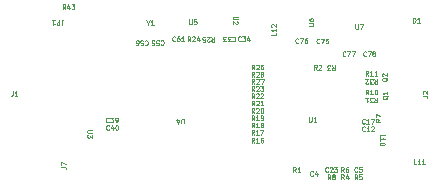
<source format=gbr>
G04 #@! TF.GenerationSoftware,KiCad,Pcbnew,(5.1.6)-1*
G04 #@! TF.CreationDate,2020-09-09T10:35:32-07:00*
G04 #@! TF.ProjectId,MiniDAQ,4d696e69-4441-4512-9e6b-696361645f70,rev?*
G04 #@! TF.SameCoordinates,Original*
G04 #@! TF.FileFunction,Other,ECO1*
%FSLAX46Y46*%
G04 Gerber Fmt 4.6, Leading zero omitted, Abs format (unit mm)*
G04 Created by KiCad (PCBNEW (5.1.6)-1) date 2020-09-09 10:35:32*
%MOMM*%
%LPD*%
G01*
G04 APERTURE LIST*
%ADD10C,0.080000*%
G04 APERTURE END LIST*
D10*
X92645257Y-110304552D02*
X92511923Y-110114076D01*
X92416685Y-110304552D02*
X92416685Y-109904552D01*
X92569066Y-109904552D01*
X92607161Y-109923600D01*
X92626209Y-109942647D01*
X92645257Y-109980742D01*
X92645257Y-110037885D01*
X92626209Y-110075980D01*
X92607161Y-110095028D01*
X92569066Y-110114076D01*
X92416685Y-110114076D01*
X92988114Y-110037885D02*
X92988114Y-110304552D01*
X92892876Y-109885504D02*
X92797638Y-110171219D01*
X93045257Y-110171219D01*
X93159542Y-109904552D02*
X93407161Y-109904552D01*
X93273828Y-110056933D01*
X93330971Y-110056933D01*
X93369066Y-110075980D01*
X93388114Y-110095028D01*
X93407161Y-110133123D01*
X93407161Y-110228361D01*
X93388114Y-110266457D01*
X93369066Y-110285504D01*
X93330971Y-110304552D01*
X93216685Y-110304552D01*
X93178590Y-110285504D01*
X93159542Y-110266457D01*
X92299352Y-123685533D02*
X92585066Y-123685533D01*
X92642209Y-123704580D01*
X92680304Y-123742676D01*
X92699352Y-123799819D01*
X92699352Y-123837914D01*
X92299352Y-123533152D02*
X92299352Y-123266485D01*
X92699352Y-123437914D01*
X92318333Y-111630047D02*
X92318333Y-111344333D01*
X92337380Y-111287190D01*
X92375476Y-111249095D01*
X92432619Y-111230047D01*
X92470714Y-111230047D01*
X92127857Y-111230047D02*
X92127857Y-111630047D01*
X91975476Y-111630047D01*
X91937380Y-111611000D01*
X91918333Y-111591952D01*
X91899285Y-111553857D01*
X91899285Y-111496714D01*
X91918333Y-111458619D01*
X91937380Y-111439571D01*
X91975476Y-111420523D01*
X92127857Y-111420523D01*
X91518333Y-111230047D02*
X91746904Y-111230047D01*
X91632619Y-111230047D02*
X91632619Y-111630047D01*
X91670714Y-111572904D01*
X91708809Y-111534809D01*
X91746904Y-111515761D01*
X102692161Y-119980047D02*
X102692161Y-119656238D01*
X102673114Y-119618142D01*
X102654066Y-119599095D01*
X102615971Y-119580047D01*
X102539780Y-119580047D01*
X102501685Y-119599095D01*
X102482638Y-119618142D01*
X102463590Y-119656238D01*
X102463590Y-119980047D01*
X102101685Y-119846714D02*
X102101685Y-119580047D01*
X102196923Y-119999095D02*
X102292161Y-119713380D01*
X102044542Y-119713380D01*
X118798942Y-116227247D02*
X118932276Y-116417723D01*
X119027514Y-116227247D02*
X119027514Y-116627247D01*
X118875133Y-116627247D01*
X118837038Y-116608200D01*
X118817990Y-116589152D01*
X118798942Y-116551057D01*
X118798942Y-116493914D01*
X118817990Y-116455819D01*
X118837038Y-116436771D01*
X118875133Y-116417723D01*
X119027514Y-116417723D01*
X118665609Y-116627247D02*
X118417990Y-116627247D01*
X118551323Y-116474866D01*
X118494180Y-116474866D01*
X118456085Y-116455819D01*
X118437038Y-116436771D01*
X118417990Y-116398676D01*
X118417990Y-116303438D01*
X118437038Y-116265342D01*
X118456085Y-116246295D01*
X118494180Y-116227247D01*
X118608466Y-116227247D01*
X118646561Y-116246295D01*
X118665609Y-116265342D01*
X118265609Y-116589152D02*
X118246561Y-116608200D01*
X118208466Y-116627247D01*
X118113228Y-116627247D01*
X118075133Y-116608200D01*
X118056085Y-116589152D01*
X118037038Y-116551057D01*
X118037038Y-116512961D01*
X118056085Y-116455819D01*
X118284657Y-116227247D01*
X118037038Y-116227247D01*
X118798942Y-117802047D02*
X118932276Y-117992523D01*
X119027514Y-117802047D02*
X119027514Y-118202047D01*
X118875133Y-118202047D01*
X118837038Y-118183000D01*
X118817990Y-118163952D01*
X118798942Y-118125857D01*
X118798942Y-118068714D01*
X118817990Y-118030619D01*
X118837038Y-118011571D01*
X118875133Y-117992523D01*
X119027514Y-117992523D01*
X118665609Y-118202047D02*
X118417990Y-118202047D01*
X118551323Y-118049666D01*
X118494180Y-118049666D01*
X118456085Y-118030619D01*
X118437038Y-118011571D01*
X118417990Y-117973476D01*
X118417990Y-117878238D01*
X118437038Y-117840142D01*
X118456085Y-117821095D01*
X118494180Y-117802047D01*
X118608466Y-117802047D01*
X118646561Y-117821095D01*
X118665609Y-117840142D01*
X118037038Y-117802047D02*
X118265609Y-117802047D01*
X118151323Y-117802047D02*
X118151323Y-118202047D01*
X118189419Y-118144904D01*
X118227514Y-118106809D01*
X118265609Y-118087761D01*
X118284657Y-115928752D02*
X118151323Y-115738276D01*
X118056085Y-115928752D02*
X118056085Y-115528752D01*
X118208466Y-115528752D01*
X118246561Y-115547800D01*
X118265609Y-115566847D01*
X118284657Y-115604942D01*
X118284657Y-115662085D01*
X118265609Y-115700180D01*
X118246561Y-115719228D01*
X118208466Y-115738276D01*
X118056085Y-115738276D01*
X118665609Y-115928752D02*
X118437038Y-115928752D01*
X118551323Y-115928752D02*
X118551323Y-115528752D01*
X118513228Y-115585895D01*
X118475133Y-115623990D01*
X118437038Y-115643038D01*
X119046561Y-115928752D02*
X118817990Y-115928752D01*
X118932276Y-115928752D02*
X118932276Y-115528752D01*
X118894180Y-115585895D01*
X118856085Y-115623990D01*
X118817990Y-115643038D01*
X118284657Y-117503552D02*
X118151323Y-117313076D01*
X118056085Y-117503552D02*
X118056085Y-117103552D01*
X118208466Y-117103552D01*
X118246561Y-117122600D01*
X118265609Y-117141647D01*
X118284657Y-117179742D01*
X118284657Y-117236885D01*
X118265609Y-117274980D01*
X118246561Y-117294028D01*
X118208466Y-117313076D01*
X118056085Y-117313076D01*
X118665609Y-117503552D02*
X118437038Y-117503552D01*
X118551323Y-117503552D02*
X118551323Y-117103552D01*
X118513228Y-117160695D01*
X118475133Y-117198790D01*
X118437038Y-117217838D01*
X118913228Y-117103552D02*
X118951323Y-117103552D01*
X118989419Y-117122600D01*
X119008466Y-117141647D01*
X119027514Y-117179742D01*
X119046561Y-117255933D01*
X119046561Y-117351171D01*
X119027514Y-117427361D01*
X119008466Y-117465457D01*
X118989419Y-117484504D01*
X118951323Y-117503552D01*
X118913228Y-117503552D01*
X118875133Y-117484504D01*
X118856085Y-117465457D01*
X118837038Y-117427361D01*
X118817990Y-117351171D01*
X118817990Y-117255933D01*
X118837038Y-117179742D01*
X118856085Y-117141647D01*
X118875133Y-117122600D01*
X118913228Y-117103552D01*
X119891247Y-116104095D02*
X119872200Y-116142190D01*
X119834104Y-116180285D01*
X119776961Y-116237428D01*
X119757914Y-116275523D01*
X119757914Y-116313619D01*
X119853152Y-116294571D02*
X119834104Y-116332666D01*
X119796009Y-116370761D01*
X119719819Y-116389809D01*
X119586485Y-116389809D01*
X119510295Y-116370761D01*
X119472200Y-116332666D01*
X119453152Y-116294571D01*
X119453152Y-116218380D01*
X119472200Y-116180285D01*
X119510295Y-116142190D01*
X119586485Y-116123142D01*
X119719819Y-116123142D01*
X119796009Y-116142190D01*
X119834104Y-116180285D01*
X119853152Y-116218380D01*
X119853152Y-116294571D01*
X119491247Y-115970761D02*
X119472200Y-115951714D01*
X119453152Y-115913619D01*
X119453152Y-115818380D01*
X119472200Y-115780285D01*
X119491247Y-115761238D01*
X119529342Y-115742190D01*
X119567438Y-115742190D01*
X119624580Y-115761238D01*
X119853152Y-115989809D01*
X119853152Y-115742190D01*
X119940047Y-117653495D02*
X119921000Y-117691590D01*
X119882904Y-117729685D01*
X119825761Y-117786828D01*
X119806714Y-117824923D01*
X119806714Y-117863019D01*
X119901952Y-117843971D02*
X119882904Y-117882066D01*
X119844809Y-117920161D01*
X119768619Y-117939209D01*
X119635285Y-117939209D01*
X119559095Y-117920161D01*
X119521000Y-117882066D01*
X119501952Y-117843971D01*
X119501952Y-117767780D01*
X119521000Y-117729685D01*
X119559095Y-117691590D01*
X119635285Y-117672542D01*
X119768619Y-117672542D01*
X119844809Y-117691590D01*
X119882904Y-117729685D01*
X119901952Y-117767780D01*
X119901952Y-117843971D01*
X119901952Y-117291590D02*
X119901952Y-117520161D01*
X119901952Y-117405876D02*
X119501952Y-117405876D01*
X119559095Y-117443971D01*
X119597190Y-117482066D01*
X119616238Y-117520161D01*
X122056561Y-111432952D02*
X122056561Y-111032952D01*
X122151800Y-111032952D01*
X122208942Y-111052000D01*
X122247038Y-111090095D01*
X122266085Y-111128190D01*
X122285133Y-111204380D01*
X122285133Y-111261523D01*
X122266085Y-111337714D01*
X122247038Y-111375809D01*
X122208942Y-111413904D01*
X122151800Y-111432952D01*
X122056561Y-111432952D01*
X122666085Y-111432952D02*
X122437514Y-111432952D01*
X122551800Y-111432952D02*
X122551800Y-111032952D01*
X122513704Y-111090095D01*
X122475609Y-111128190D01*
X122437514Y-111147238D01*
X110467752Y-112296542D02*
X110467752Y-112487019D01*
X110067752Y-112487019D01*
X110467752Y-111953685D02*
X110467752Y-112182257D01*
X110467752Y-112067971D02*
X110067752Y-112067971D01*
X110124895Y-112106066D01*
X110162990Y-112144161D01*
X110182038Y-112182257D01*
X110105847Y-111801304D02*
X110086800Y-111782257D01*
X110067752Y-111744161D01*
X110067752Y-111648923D01*
X110086800Y-111610828D01*
X110105847Y-111591780D01*
X110143942Y-111572733D01*
X110182038Y-111572733D01*
X110239180Y-111591780D01*
X110467752Y-111820352D01*
X110467752Y-111572733D01*
X117195638Y-111591752D02*
X117195638Y-111915561D01*
X117214685Y-111953657D01*
X117233733Y-111972704D01*
X117271828Y-111991752D01*
X117348019Y-111991752D01*
X117386114Y-111972704D01*
X117405161Y-111953657D01*
X117424209Y-111915561D01*
X117424209Y-111591752D01*
X117576590Y-111591752D02*
X117843257Y-111591752D01*
X117671828Y-111991752D01*
X94884847Y-120548438D02*
X94561038Y-120548438D01*
X94522942Y-120567485D01*
X94503895Y-120586533D01*
X94484847Y-120624628D01*
X94484847Y-120700819D01*
X94503895Y-120738914D01*
X94522942Y-120757961D01*
X94561038Y-120777009D01*
X94884847Y-120777009D01*
X94884847Y-120929390D02*
X94884847Y-121177009D01*
X94732466Y-121043676D01*
X94732466Y-121100819D01*
X94713419Y-121138914D01*
X94694371Y-121157961D01*
X94656276Y-121177009D01*
X94561038Y-121177009D01*
X94522942Y-121157961D01*
X94503895Y-121138914D01*
X94484847Y-121100819D01*
X94484847Y-120986533D01*
X94503895Y-120948438D01*
X94522942Y-120929390D01*
X99631523Y-111445676D02*
X99631523Y-111636152D01*
X99498190Y-111236152D02*
X99631523Y-111445676D01*
X99764857Y-111236152D01*
X100107714Y-111636152D02*
X99879142Y-111636152D01*
X99993428Y-111636152D02*
X99993428Y-111236152D01*
X99955333Y-111293295D01*
X99917238Y-111331390D01*
X99879142Y-111350438D01*
X103124038Y-111159952D02*
X103124038Y-111483761D01*
X103143085Y-111521857D01*
X103162133Y-111540904D01*
X103200228Y-111559952D01*
X103276419Y-111559952D01*
X103314514Y-111540904D01*
X103333561Y-111521857D01*
X103352609Y-111483761D01*
X103352609Y-111159952D01*
X103733561Y-111159952D02*
X103543085Y-111159952D01*
X103524038Y-111350428D01*
X103543085Y-111331380D01*
X103581180Y-111312333D01*
X103676419Y-111312333D01*
X103714514Y-111331380D01*
X103733561Y-111350428D01*
X103752609Y-111388523D01*
X103752609Y-111483761D01*
X103733561Y-111521857D01*
X103714514Y-111540904D01*
X103676419Y-111559952D01*
X103581180Y-111559952D01*
X103543085Y-111540904D01*
X103524038Y-111521857D01*
X113239352Y-111706561D02*
X113563161Y-111706561D01*
X113601257Y-111687514D01*
X113620304Y-111668466D01*
X113639352Y-111630371D01*
X113639352Y-111554180D01*
X113620304Y-111516085D01*
X113601257Y-111497038D01*
X113563161Y-111477990D01*
X113239352Y-111477990D01*
X113239352Y-111116085D02*
X113239352Y-111192276D01*
X113258400Y-111230371D01*
X113277447Y-111249419D01*
X113334590Y-111287514D01*
X113410780Y-111306561D01*
X113563161Y-111306561D01*
X113601257Y-111287514D01*
X113620304Y-111268466D01*
X113639352Y-111230371D01*
X113639352Y-111154180D01*
X113620304Y-111116085D01*
X113601257Y-111097038D01*
X113563161Y-111077990D01*
X113467923Y-111077990D01*
X113429828Y-111097038D01*
X113410780Y-111116085D01*
X113391733Y-111154180D01*
X113391733Y-111230371D01*
X113410780Y-111268466D01*
X113429828Y-111287514D01*
X113467923Y-111306561D01*
X107228647Y-110941038D02*
X106904838Y-110941038D01*
X106866742Y-110960085D01*
X106847695Y-110979133D01*
X106828647Y-111017228D01*
X106828647Y-111093419D01*
X106847695Y-111131514D01*
X106866742Y-111150561D01*
X106904838Y-111169609D01*
X107228647Y-111169609D01*
X107190552Y-111341038D02*
X107209600Y-111360085D01*
X107228647Y-111398180D01*
X107228647Y-111493419D01*
X107209600Y-111531514D01*
X107190552Y-111550561D01*
X107152457Y-111569609D01*
X107114361Y-111569609D01*
X107057219Y-111550561D01*
X106828647Y-111321990D01*
X106828647Y-111569609D01*
X113258638Y-119440352D02*
X113258638Y-119764161D01*
X113277685Y-119802257D01*
X113296733Y-119821304D01*
X113334828Y-119840352D01*
X113411019Y-119840352D01*
X113449114Y-119821304D01*
X113468161Y-119802257D01*
X113487209Y-119764161D01*
X113487209Y-119440352D01*
X113887209Y-119840352D02*
X113658638Y-119840352D01*
X113772923Y-119840352D02*
X113772923Y-119440352D01*
X113734828Y-119497495D01*
X113696733Y-119535590D01*
X113658638Y-119554638D01*
X108632657Y-116004952D02*
X108499323Y-115814476D01*
X108404085Y-116004952D02*
X108404085Y-115604952D01*
X108556466Y-115604952D01*
X108594561Y-115624000D01*
X108613609Y-115643047D01*
X108632657Y-115681142D01*
X108632657Y-115738285D01*
X108613609Y-115776380D01*
X108594561Y-115795428D01*
X108556466Y-115814476D01*
X108404085Y-115814476D01*
X108785038Y-115643047D02*
X108804085Y-115624000D01*
X108842180Y-115604952D01*
X108937419Y-115604952D01*
X108975514Y-115624000D01*
X108994561Y-115643047D01*
X109013609Y-115681142D01*
X109013609Y-115719238D01*
X108994561Y-115776380D01*
X108765990Y-116004952D01*
X109013609Y-116004952D01*
X109242180Y-115776380D02*
X109204085Y-115757333D01*
X109185038Y-115738285D01*
X109165990Y-115700190D01*
X109165990Y-115681142D01*
X109185038Y-115643047D01*
X109204085Y-115624000D01*
X109242180Y-115604952D01*
X109318371Y-115604952D01*
X109356466Y-115624000D01*
X109375514Y-115643047D01*
X109394561Y-115681142D01*
X109394561Y-115700190D01*
X109375514Y-115738285D01*
X109356466Y-115757333D01*
X109318371Y-115776380D01*
X109242180Y-115776380D01*
X109204085Y-115795428D01*
X109185038Y-115814476D01*
X109165990Y-115852571D01*
X109165990Y-115928761D01*
X109185038Y-115966857D01*
X109204085Y-115985904D01*
X109242180Y-116004952D01*
X109318371Y-116004952D01*
X109356466Y-115985904D01*
X109375514Y-115966857D01*
X109394561Y-115928761D01*
X109394561Y-115852571D01*
X109375514Y-115814476D01*
X109356466Y-115795428D01*
X109318371Y-115776380D01*
X108637057Y-116614552D02*
X108503723Y-116424076D01*
X108408485Y-116614552D02*
X108408485Y-116214552D01*
X108560866Y-116214552D01*
X108598961Y-116233600D01*
X108618009Y-116252647D01*
X108637057Y-116290742D01*
X108637057Y-116347885D01*
X108618009Y-116385980D01*
X108598961Y-116405028D01*
X108560866Y-116424076D01*
X108408485Y-116424076D01*
X108789438Y-116252647D02*
X108808485Y-116233600D01*
X108846580Y-116214552D01*
X108941819Y-116214552D01*
X108979914Y-116233600D01*
X108998961Y-116252647D01*
X109018009Y-116290742D01*
X109018009Y-116328838D01*
X108998961Y-116385980D01*
X108770390Y-116614552D01*
X109018009Y-116614552D01*
X109151342Y-116214552D02*
X109418009Y-116214552D01*
X109246580Y-116614552D01*
X108632657Y-115395352D02*
X108499323Y-115204876D01*
X108404085Y-115395352D02*
X108404085Y-114995352D01*
X108556466Y-114995352D01*
X108594561Y-115014400D01*
X108613609Y-115033447D01*
X108632657Y-115071542D01*
X108632657Y-115128685D01*
X108613609Y-115166780D01*
X108594561Y-115185828D01*
X108556466Y-115204876D01*
X108404085Y-115204876D01*
X108785038Y-115033447D02*
X108804085Y-115014400D01*
X108842180Y-114995352D01*
X108937419Y-114995352D01*
X108975514Y-115014400D01*
X108994561Y-115033447D01*
X109013609Y-115071542D01*
X109013609Y-115109638D01*
X108994561Y-115166780D01*
X108765990Y-115395352D01*
X109013609Y-115395352D01*
X109356466Y-114995352D02*
X109280276Y-114995352D01*
X109242180Y-115014400D01*
X109223133Y-115033447D01*
X109185038Y-115090590D01*
X109165990Y-115166780D01*
X109165990Y-115319161D01*
X109185038Y-115357257D01*
X109204085Y-115376304D01*
X109242180Y-115395352D01*
X109318371Y-115395352D01*
X109356466Y-115376304D01*
X109375514Y-115357257D01*
X109394561Y-115319161D01*
X109394561Y-115223923D01*
X109375514Y-115185828D01*
X109356466Y-115166780D01*
X109318371Y-115147733D01*
X109242180Y-115147733D01*
X109204085Y-115166780D01*
X109185038Y-115185828D01*
X109165990Y-115223923D01*
X105002342Y-112645847D02*
X105135676Y-112836323D01*
X105230914Y-112645847D02*
X105230914Y-113045847D01*
X105078533Y-113045847D01*
X105040438Y-113026800D01*
X105021390Y-113007752D01*
X105002342Y-112969657D01*
X105002342Y-112912514D01*
X105021390Y-112874419D01*
X105040438Y-112855371D01*
X105078533Y-112836323D01*
X105230914Y-112836323D01*
X104849961Y-113007752D02*
X104830914Y-113026800D01*
X104792819Y-113045847D01*
X104697580Y-113045847D01*
X104659485Y-113026800D01*
X104640438Y-113007752D01*
X104621390Y-112969657D01*
X104621390Y-112931561D01*
X104640438Y-112874419D01*
X104869009Y-112645847D01*
X104621390Y-112645847D01*
X104259485Y-113045847D02*
X104449961Y-113045847D01*
X104469009Y-112855371D01*
X104449961Y-112874419D01*
X104411866Y-112893466D01*
X104316628Y-112893466D01*
X104278533Y-112874419D01*
X104259485Y-112855371D01*
X104240438Y-112817276D01*
X104240438Y-112722038D01*
X104259485Y-112683942D01*
X104278533Y-112664895D01*
X104316628Y-112645847D01*
X104411866Y-112645847D01*
X104449961Y-112664895D01*
X104469009Y-112683942D01*
X103222457Y-113007752D02*
X103089123Y-112817276D01*
X102993885Y-113007752D02*
X102993885Y-112607752D01*
X103146266Y-112607752D01*
X103184361Y-112626800D01*
X103203409Y-112645847D01*
X103222457Y-112683942D01*
X103222457Y-112741085D01*
X103203409Y-112779180D01*
X103184361Y-112798228D01*
X103146266Y-112817276D01*
X102993885Y-112817276D01*
X103374838Y-112645847D02*
X103393885Y-112626800D01*
X103431980Y-112607752D01*
X103527219Y-112607752D01*
X103565314Y-112626800D01*
X103584361Y-112645847D01*
X103603409Y-112683942D01*
X103603409Y-112722038D01*
X103584361Y-112779180D01*
X103355790Y-113007752D01*
X103603409Y-113007752D01*
X103946266Y-112741085D02*
X103946266Y-113007752D01*
X103851028Y-112588704D02*
X103755790Y-112874419D01*
X104003409Y-112874419D01*
X108632657Y-117224152D02*
X108499323Y-117033676D01*
X108404085Y-117224152D02*
X108404085Y-116824152D01*
X108556466Y-116824152D01*
X108594561Y-116843200D01*
X108613609Y-116862247D01*
X108632657Y-116900342D01*
X108632657Y-116957485D01*
X108613609Y-116995580D01*
X108594561Y-117014628D01*
X108556466Y-117033676D01*
X108404085Y-117033676D01*
X108785038Y-116862247D02*
X108804085Y-116843200D01*
X108842180Y-116824152D01*
X108937419Y-116824152D01*
X108975514Y-116843200D01*
X108994561Y-116862247D01*
X109013609Y-116900342D01*
X109013609Y-116938438D01*
X108994561Y-116995580D01*
X108765990Y-117224152D01*
X109013609Y-117224152D01*
X109146942Y-116824152D02*
X109394561Y-116824152D01*
X109261228Y-116976533D01*
X109318371Y-116976533D01*
X109356466Y-116995580D01*
X109375514Y-117014628D01*
X109394561Y-117052723D01*
X109394561Y-117147961D01*
X109375514Y-117186057D01*
X109356466Y-117205104D01*
X109318371Y-117224152D01*
X109204085Y-117224152D01*
X109165990Y-117205104D01*
X109146942Y-117186057D01*
X108632657Y-117833752D02*
X108499323Y-117643276D01*
X108404085Y-117833752D02*
X108404085Y-117433752D01*
X108556466Y-117433752D01*
X108594561Y-117452800D01*
X108613609Y-117471847D01*
X108632657Y-117509942D01*
X108632657Y-117567085D01*
X108613609Y-117605180D01*
X108594561Y-117624228D01*
X108556466Y-117643276D01*
X108404085Y-117643276D01*
X108785038Y-117471847D02*
X108804085Y-117452800D01*
X108842180Y-117433752D01*
X108937419Y-117433752D01*
X108975514Y-117452800D01*
X108994561Y-117471847D01*
X109013609Y-117509942D01*
X109013609Y-117548038D01*
X108994561Y-117605180D01*
X108765990Y-117833752D01*
X109013609Y-117833752D01*
X109165990Y-117471847D02*
X109185038Y-117452800D01*
X109223133Y-117433752D01*
X109318371Y-117433752D01*
X109356466Y-117452800D01*
X109375514Y-117471847D01*
X109394561Y-117509942D01*
X109394561Y-117548038D01*
X109375514Y-117605180D01*
X109146942Y-117833752D01*
X109394561Y-117833752D01*
X108632657Y-118443352D02*
X108499323Y-118252876D01*
X108404085Y-118443352D02*
X108404085Y-118043352D01*
X108556466Y-118043352D01*
X108594561Y-118062400D01*
X108613609Y-118081447D01*
X108632657Y-118119542D01*
X108632657Y-118176685D01*
X108613609Y-118214780D01*
X108594561Y-118233828D01*
X108556466Y-118252876D01*
X108404085Y-118252876D01*
X108785038Y-118081447D02*
X108804085Y-118062400D01*
X108842180Y-118043352D01*
X108937419Y-118043352D01*
X108975514Y-118062400D01*
X108994561Y-118081447D01*
X109013609Y-118119542D01*
X109013609Y-118157638D01*
X108994561Y-118214780D01*
X108765990Y-118443352D01*
X109013609Y-118443352D01*
X109394561Y-118443352D02*
X109165990Y-118443352D01*
X109280276Y-118443352D02*
X109280276Y-118043352D01*
X109242180Y-118100495D01*
X109204085Y-118138590D01*
X109165990Y-118157638D01*
X108637057Y-119078352D02*
X108503723Y-118887876D01*
X108408485Y-119078352D02*
X108408485Y-118678352D01*
X108560866Y-118678352D01*
X108598961Y-118697400D01*
X108618009Y-118716447D01*
X108637057Y-118754542D01*
X108637057Y-118811685D01*
X108618009Y-118849780D01*
X108598961Y-118868828D01*
X108560866Y-118887876D01*
X108408485Y-118887876D01*
X108789438Y-118716447D02*
X108808485Y-118697400D01*
X108846580Y-118678352D01*
X108941819Y-118678352D01*
X108979914Y-118697400D01*
X108998961Y-118716447D01*
X109018009Y-118754542D01*
X109018009Y-118792638D01*
X108998961Y-118849780D01*
X108770390Y-119078352D01*
X109018009Y-119078352D01*
X109265628Y-118678352D02*
X109303723Y-118678352D01*
X109341819Y-118697400D01*
X109360866Y-118716447D01*
X109379914Y-118754542D01*
X109398961Y-118830733D01*
X109398961Y-118925971D01*
X109379914Y-119002161D01*
X109360866Y-119040257D01*
X109341819Y-119059304D01*
X109303723Y-119078352D01*
X109265628Y-119078352D01*
X109227533Y-119059304D01*
X109208485Y-119040257D01*
X109189438Y-119002161D01*
X109170390Y-118925971D01*
X109170390Y-118830733D01*
X109189438Y-118754542D01*
X109208485Y-118716447D01*
X109227533Y-118697400D01*
X109265628Y-118678352D01*
X108632657Y-119687952D02*
X108499323Y-119497476D01*
X108404085Y-119687952D02*
X108404085Y-119287952D01*
X108556466Y-119287952D01*
X108594561Y-119307000D01*
X108613609Y-119326047D01*
X108632657Y-119364142D01*
X108632657Y-119421285D01*
X108613609Y-119459380D01*
X108594561Y-119478428D01*
X108556466Y-119497476D01*
X108404085Y-119497476D01*
X109013609Y-119687952D02*
X108785038Y-119687952D01*
X108899323Y-119687952D02*
X108899323Y-119287952D01*
X108861228Y-119345095D01*
X108823133Y-119383190D01*
X108785038Y-119402238D01*
X109204085Y-119687952D02*
X109280276Y-119687952D01*
X109318371Y-119668904D01*
X109337419Y-119649857D01*
X109375514Y-119592714D01*
X109394561Y-119516523D01*
X109394561Y-119364142D01*
X109375514Y-119326047D01*
X109356466Y-119307000D01*
X109318371Y-119287952D01*
X109242180Y-119287952D01*
X109204085Y-119307000D01*
X109185038Y-119326047D01*
X109165990Y-119364142D01*
X109165990Y-119459380D01*
X109185038Y-119497476D01*
X109204085Y-119516523D01*
X109242180Y-119535571D01*
X109318371Y-119535571D01*
X109356466Y-119516523D01*
X109375514Y-119497476D01*
X109394561Y-119459380D01*
X108632657Y-120297552D02*
X108499323Y-120107076D01*
X108404085Y-120297552D02*
X108404085Y-119897552D01*
X108556466Y-119897552D01*
X108594561Y-119916600D01*
X108613609Y-119935647D01*
X108632657Y-119973742D01*
X108632657Y-120030885D01*
X108613609Y-120068980D01*
X108594561Y-120088028D01*
X108556466Y-120107076D01*
X108404085Y-120107076D01*
X109013609Y-120297552D02*
X108785038Y-120297552D01*
X108899323Y-120297552D02*
X108899323Y-119897552D01*
X108861228Y-119954695D01*
X108823133Y-119992790D01*
X108785038Y-120011838D01*
X109242180Y-120068980D02*
X109204085Y-120049933D01*
X109185038Y-120030885D01*
X109165990Y-119992790D01*
X109165990Y-119973742D01*
X109185038Y-119935647D01*
X109204085Y-119916600D01*
X109242180Y-119897552D01*
X109318371Y-119897552D01*
X109356466Y-119916600D01*
X109375514Y-119935647D01*
X109394561Y-119973742D01*
X109394561Y-119992790D01*
X109375514Y-120030885D01*
X109356466Y-120049933D01*
X109318371Y-120068980D01*
X109242180Y-120068980D01*
X109204085Y-120088028D01*
X109185038Y-120107076D01*
X109165990Y-120145171D01*
X109165990Y-120221361D01*
X109185038Y-120259457D01*
X109204085Y-120278504D01*
X109242180Y-120297552D01*
X109318371Y-120297552D01*
X109356466Y-120278504D01*
X109375514Y-120259457D01*
X109394561Y-120221361D01*
X109394561Y-120145171D01*
X109375514Y-120107076D01*
X109356466Y-120088028D01*
X109318371Y-120068980D01*
X108632657Y-120932552D02*
X108499323Y-120742076D01*
X108404085Y-120932552D02*
X108404085Y-120532552D01*
X108556466Y-120532552D01*
X108594561Y-120551600D01*
X108613609Y-120570647D01*
X108632657Y-120608742D01*
X108632657Y-120665885D01*
X108613609Y-120703980D01*
X108594561Y-120723028D01*
X108556466Y-120742076D01*
X108404085Y-120742076D01*
X109013609Y-120932552D02*
X108785038Y-120932552D01*
X108899323Y-120932552D02*
X108899323Y-120532552D01*
X108861228Y-120589695D01*
X108823133Y-120627790D01*
X108785038Y-120646838D01*
X109146942Y-120532552D02*
X109413609Y-120532552D01*
X109242180Y-120932552D01*
X108637057Y-121592952D02*
X108503723Y-121402476D01*
X108408485Y-121592952D02*
X108408485Y-121192952D01*
X108560866Y-121192952D01*
X108598961Y-121212000D01*
X108618009Y-121231047D01*
X108637057Y-121269142D01*
X108637057Y-121326285D01*
X108618009Y-121364380D01*
X108598961Y-121383428D01*
X108560866Y-121402476D01*
X108408485Y-121402476D01*
X109018009Y-121592952D02*
X108789438Y-121592952D01*
X108903723Y-121592952D02*
X108903723Y-121192952D01*
X108865628Y-121250095D01*
X108827533Y-121288190D01*
X108789438Y-121307238D01*
X109360866Y-121192952D02*
X109284676Y-121192952D01*
X109246580Y-121212000D01*
X109227533Y-121231047D01*
X109189438Y-121288190D01*
X109170390Y-121364380D01*
X109170390Y-121516761D01*
X109189438Y-121554857D01*
X109208485Y-121573904D01*
X109246580Y-121592952D01*
X109322771Y-121592952D01*
X109360866Y-121573904D01*
X109379914Y-121554857D01*
X109398961Y-121516761D01*
X109398961Y-121421523D01*
X109379914Y-121383428D01*
X109360866Y-121364380D01*
X109322771Y-121345333D01*
X109246580Y-121345333D01*
X109208485Y-121364380D01*
X109189438Y-121383428D01*
X109170390Y-121421523D01*
X115071533Y-124691752D02*
X114938200Y-124501276D01*
X114842961Y-124691752D02*
X114842961Y-124291752D01*
X114995342Y-124291752D01*
X115033438Y-124310800D01*
X115052485Y-124329847D01*
X115071533Y-124367942D01*
X115071533Y-124425085D01*
X115052485Y-124463180D01*
X115033438Y-124482228D01*
X114995342Y-124501276D01*
X114842961Y-124501276D01*
X115300104Y-124463180D02*
X115262009Y-124444133D01*
X115242961Y-124425085D01*
X115223914Y-124386990D01*
X115223914Y-124367942D01*
X115242961Y-124329847D01*
X115262009Y-124310800D01*
X115300104Y-124291752D01*
X115376295Y-124291752D01*
X115414390Y-124310800D01*
X115433438Y-124329847D01*
X115452485Y-124367942D01*
X115452485Y-124386990D01*
X115433438Y-124425085D01*
X115414390Y-124444133D01*
X115376295Y-124463180D01*
X115300104Y-124463180D01*
X115262009Y-124482228D01*
X115242961Y-124501276D01*
X115223914Y-124539371D01*
X115223914Y-124615561D01*
X115242961Y-124653657D01*
X115262009Y-124672704D01*
X115300104Y-124691752D01*
X115376295Y-124691752D01*
X115414390Y-124672704D01*
X115433438Y-124653657D01*
X115452485Y-124615561D01*
X115452485Y-124539371D01*
X115433438Y-124501276D01*
X115414390Y-124482228D01*
X115376295Y-124463180D01*
X119306952Y-119599066D02*
X119116476Y-119732400D01*
X119306952Y-119827638D02*
X118906952Y-119827638D01*
X118906952Y-119675257D01*
X118926000Y-119637161D01*
X118945047Y-119618114D01*
X118983142Y-119599066D01*
X119040285Y-119599066D01*
X119078380Y-119618114D01*
X119097428Y-119637161D01*
X119116476Y-119675257D01*
X119116476Y-119827638D01*
X118906952Y-119465733D02*
X118906952Y-119199066D01*
X119306952Y-119370495D01*
X116214533Y-124082152D02*
X116081200Y-123891676D01*
X115985961Y-124082152D02*
X115985961Y-123682152D01*
X116138342Y-123682152D01*
X116176438Y-123701200D01*
X116195485Y-123720247D01*
X116214533Y-123758342D01*
X116214533Y-123815485D01*
X116195485Y-123853580D01*
X116176438Y-123872628D01*
X116138342Y-123891676D01*
X115985961Y-123891676D01*
X116557390Y-123682152D02*
X116481200Y-123682152D01*
X116443104Y-123701200D01*
X116424057Y-123720247D01*
X116385961Y-123777390D01*
X116366914Y-123853580D01*
X116366914Y-124005961D01*
X116385961Y-124044057D01*
X116405009Y-124063104D01*
X116443104Y-124082152D01*
X116519295Y-124082152D01*
X116557390Y-124063104D01*
X116576438Y-124044057D01*
X116595485Y-124005961D01*
X116595485Y-123910723D01*
X116576438Y-123872628D01*
X116557390Y-123853580D01*
X116519295Y-123834533D01*
X116443104Y-123834533D01*
X116405009Y-123853580D01*
X116385961Y-123872628D01*
X116366914Y-123910723D01*
X117357533Y-124691752D02*
X117224200Y-124501276D01*
X117128961Y-124691752D02*
X117128961Y-124291752D01*
X117281342Y-124291752D01*
X117319438Y-124310800D01*
X117338485Y-124329847D01*
X117357533Y-124367942D01*
X117357533Y-124425085D01*
X117338485Y-124463180D01*
X117319438Y-124482228D01*
X117281342Y-124501276D01*
X117128961Y-124501276D01*
X117719438Y-124291752D02*
X117528961Y-124291752D01*
X117509914Y-124482228D01*
X117528961Y-124463180D01*
X117567057Y-124444133D01*
X117662295Y-124444133D01*
X117700390Y-124463180D01*
X117719438Y-124482228D01*
X117738485Y-124520323D01*
X117738485Y-124615561D01*
X117719438Y-124653657D01*
X117700390Y-124672704D01*
X117662295Y-124691752D01*
X117567057Y-124691752D01*
X117528961Y-124672704D01*
X117509914Y-124653657D01*
X116218933Y-124691752D02*
X116085600Y-124501276D01*
X115990361Y-124691752D02*
X115990361Y-124291752D01*
X116142742Y-124291752D01*
X116180838Y-124310800D01*
X116199885Y-124329847D01*
X116218933Y-124367942D01*
X116218933Y-124425085D01*
X116199885Y-124463180D01*
X116180838Y-124482228D01*
X116142742Y-124501276D01*
X115990361Y-124501276D01*
X116561790Y-124425085D02*
X116561790Y-124691752D01*
X116466552Y-124272704D02*
X116371314Y-124558419D01*
X116618933Y-124558419D01*
X115204866Y-115058847D02*
X115338200Y-115249323D01*
X115433438Y-115058847D02*
X115433438Y-115458847D01*
X115281057Y-115458847D01*
X115242961Y-115439800D01*
X115223914Y-115420752D01*
X115204866Y-115382657D01*
X115204866Y-115325514D01*
X115223914Y-115287419D01*
X115242961Y-115268371D01*
X115281057Y-115249323D01*
X115433438Y-115249323D01*
X115071533Y-115458847D02*
X114823914Y-115458847D01*
X114957247Y-115306466D01*
X114900104Y-115306466D01*
X114862009Y-115287419D01*
X114842961Y-115268371D01*
X114823914Y-115230276D01*
X114823914Y-115135038D01*
X114842961Y-115096942D01*
X114862009Y-115077895D01*
X114900104Y-115058847D01*
X115014390Y-115058847D01*
X115052485Y-115077895D01*
X115071533Y-115096942D01*
X113933333Y-115430952D02*
X113800000Y-115240476D01*
X113704761Y-115430952D02*
X113704761Y-115030952D01*
X113857142Y-115030952D01*
X113895238Y-115050000D01*
X113914285Y-115069047D01*
X113933333Y-115107142D01*
X113933333Y-115164285D01*
X113914285Y-115202380D01*
X113895238Y-115221428D01*
X113857142Y-115240476D01*
X113704761Y-115240476D01*
X114085714Y-115069047D02*
X114104761Y-115050000D01*
X114142857Y-115030952D01*
X114238095Y-115030952D01*
X114276190Y-115050000D01*
X114295238Y-115069047D01*
X114314285Y-115107142D01*
X114314285Y-115145238D01*
X114295238Y-115202380D01*
X114066666Y-115430952D01*
X114314285Y-115430952D01*
X112150533Y-124082152D02*
X112017200Y-123891676D01*
X111921961Y-124082152D02*
X111921961Y-123682152D01*
X112074342Y-123682152D01*
X112112438Y-123701200D01*
X112131485Y-123720247D01*
X112150533Y-123758342D01*
X112150533Y-123815485D01*
X112131485Y-123853580D01*
X112112438Y-123872628D01*
X112074342Y-123891676D01*
X111921961Y-123891676D01*
X112531485Y-124082152D02*
X112302914Y-124082152D01*
X112417200Y-124082152D02*
X112417200Y-123682152D01*
X112379104Y-123739295D01*
X112341009Y-123777390D01*
X112302914Y-123796438D01*
X122348657Y-123421752D02*
X122158180Y-123421752D01*
X122158180Y-123021752D01*
X122691514Y-123421752D02*
X122462942Y-123421752D01*
X122577228Y-123421752D02*
X122577228Y-123021752D01*
X122539133Y-123078895D01*
X122501038Y-123116990D01*
X122462942Y-123136038D01*
X123072466Y-123421752D02*
X122843895Y-123421752D01*
X122958180Y-123421752D02*
X122958180Y-123021752D01*
X122920085Y-123078895D01*
X122881990Y-123116990D01*
X122843895Y-123136038D01*
X119275247Y-121104057D02*
X119275247Y-120913580D01*
X119675247Y-120913580D01*
X119275247Y-121446914D02*
X119275247Y-121218342D01*
X119275247Y-121332628D02*
X119675247Y-121332628D01*
X119618104Y-121294533D01*
X119580009Y-121256438D01*
X119560961Y-121218342D01*
X119675247Y-121694533D02*
X119675247Y-121732628D01*
X119656200Y-121770723D01*
X119637152Y-121789771D01*
X119599057Y-121808819D01*
X119522866Y-121827866D01*
X119427628Y-121827866D01*
X119351438Y-121808819D01*
X119313342Y-121789771D01*
X119294295Y-121770723D01*
X119275247Y-121732628D01*
X119275247Y-121694533D01*
X119294295Y-121656438D01*
X119313342Y-121637390D01*
X119351438Y-121618342D01*
X119427628Y-121599295D01*
X119522866Y-121599295D01*
X119599057Y-121618342D01*
X119637152Y-121637390D01*
X119656200Y-121656438D01*
X119675247Y-121694533D01*
X122894752Y-117633733D02*
X123180466Y-117633733D01*
X123237609Y-117652780D01*
X123275704Y-117690876D01*
X123294752Y-117748019D01*
X123294752Y-117786114D01*
X122932847Y-117462304D02*
X122913800Y-117443257D01*
X122894752Y-117405161D01*
X122894752Y-117309923D01*
X122913800Y-117271828D01*
X122932847Y-117252780D01*
X122970942Y-117233733D01*
X123009038Y-117233733D01*
X123066180Y-117252780D01*
X123294752Y-117481352D01*
X123294752Y-117233733D01*
X88182466Y-117255952D02*
X88182466Y-117541666D01*
X88163419Y-117598809D01*
X88125323Y-117636904D01*
X88068180Y-117655952D01*
X88030085Y-117655952D01*
X88582466Y-117655952D02*
X88353895Y-117655952D01*
X88468180Y-117655952D02*
X88468180Y-117255952D01*
X88430085Y-117313095D01*
X88391990Y-117351190D01*
X88353895Y-117370238D01*
X118106857Y-114239657D02*
X118087809Y-114258704D01*
X118030666Y-114277752D01*
X117992571Y-114277752D01*
X117935428Y-114258704D01*
X117897333Y-114220609D01*
X117878285Y-114182514D01*
X117859238Y-114106323D01*
X117859238Y-114049180D01*
X117878285Y-113972990D01*
X117897333Y-113934895D01*
X117935428Y-113896800D01*
X117992571Y-113877752D01*
X118030666Y-113877752D01*
X118087809Y-113896800D01*
X118106857Y-113915847D01*
X118240190Y-113877752D02*
X118506857Y-113877752D01*
X118335428Y-114277752D01*
X118716380Y-114049180D02*
X118678285Y-114030133D01*
X118659238Y-114011085D01*
X118640190Y-113972990D01*
X118640190Y-113953942D01*
X118659238Y-113915847D01*
X118678285Y-113896800D01*
X118716380Y-113877752D01*
X118792571Y-113877752D01*
X118830666Y-113896800D01*
X118849714Y-113915847D01*
X118868761Y-113953942D01*
X118868761Y-113972990D01*
X118849714Y-114011085D01*
X118830666Y-114030133D01*
X118792571Y-114049180D01*
X118716380Y-114049180D01*
X118678285Y-114068228D01*
X118659238Y-114087276D01*
X118640190Y-114125371D01*
X118640190Y-114201561D01*
X118659238Y-114239657D01*
X118678285Y-114258704D01*
X118716380Y-114277752D01*
X118792571Y-114277752D01*
X118830666Y-114258704D01*
X118849714Y-114239657D01*
X118868761Y-114201561D01*
X118868761Y-114125371D01*
X118849714Y-114087276D01*
X118830666Y-114068228D01*
X118792571Y-114049180D01*
X116354257Y-114239657D02*
X116335209Y-114258704D01*
X116278066Y-114277752D01*
X116239971Y-114277752D01*
X116182828Y-114258704D01*
X116144733Y-114220609D01*
X116125685Y-114182514D01*
X116106638Y-114106323D01*
X116106638Y-114049180D01*
X116125685Y-113972990D01*
X116144733Y-113934895D01*
X116182828Y-113896800D01*
X116239971Y-113877752D01*
X116278066Y-113877752D01*
X116335209Y-113896800D01*
X116354257Y-113915847D01*
X116487590Y-113877752D02*
X116754257Y-113877752D01*
X116582828Y-114277752D01*
X116868542Y-113877752D02*
X117135209Y-113877752D01*
X116963780Y-114277752D01*
X112366457Y-113136257D02*
X112347409Y-113155304D01*
X112290266Y-113174352D01*
X112252171Y-113174352D01*
X112195028Y-113155304D01*
X112156933Y-113117209D01*
X112137885Y-113079114D01*
X112118838Y-113002923D01*
X112118838Y-112945780D01*
X112137885Y-112869590D01*
X112156933Y-112831495D01*
X112195028Y-112793400D01*
X112252171Y-112774352D01*
X112290266Y-112774352D01*
X112347409Y-112793400D01*
X112366457Y-112812447D01*
X112499790Y-112774352D02*
X112766457Y-112774352D01*
X112595028Y-113174352D01*
X113090266Y-112774352D02*
X113014076Y-112774352D01*
X112975980Y-112793400D01*
X112956933Y-112812447D01*
X112918838Y-112869590D01*
X112899790Y-112945780D01*
X112899790Y-113098161D01*
X112918838Y-113136257D01*
X112937885Y-113155304D01*
X112975980Y-113174352D01*
X113052171Y-113174352D01*
X113090266Y-113155304D01*
X113109314Y-113136257D01*
X113128361Y-113098161D01*
X113128361Y-113002923D01*
X113109314Y-112964828D01*
X113090266Y-112945780D01*
X113052171Y-112926733D01*
X112975980Y-112926733D01*
X112937885Y-112945780D01*
X112918838Y-112964828D01*
X112899790Y-113002923D01*
X114144457Y-113147457D02*
X114125409Y-113166504D01*
X114068266Y-113185552D01*
X114030171Y-113185552D01*
X113973028Y-113166504D01*
X113934933Y-113128409D01*
X113915885Y-113090314D01*
X113896838Y-113014123D01*
X113896838Y-112956980D01*
X113915885Y-112880790D01*
X113934933Y-112842695D01*
X113973028Y-112804600D01*
X114030171Y-112785552D01*
X114068266Y-112785552D01*
X114125409Y-112804600D01*
X114144457Y-112823647D01*
X114277790Y-112785552D02*
X114544457Y-112785552D01*
X114373028Y-113185552D01*
X114887314Y-112785552D02*
X114696838Y-112785552D01*
X114677790Y-112976028D01*
X114696838Y-112956980D01*
X114734933Y-112937933D01*
X114830171Y-112937933D01*
X114868266Y-112956980D01*
X114887314Y-112976028D01*
X114906361Y-113014123D01*
X114906361Y-113109361D01*
X114887314Y-113147457D01*
X114868266Y-113166504D01*
X114830171Y-113185552D01*
X114734933Y-113185552D01*
X114696838Y-113166504D01*
X114677790Y-113147457D01*
X101927057Y-112969657D02*
X101908009Y-112988704D01*
X101850866Y-113007752D01*
X101812771Y-113007752D01*
X101755628Y-112988704D01*
X101717533Y-112950609D01*
X101698485Y-112912514D01*
X101679438Y-112836323D01*
X101679438Y-112779180D01*
X101698485Y-112702990D01*
X101717533Y-112664895D01*
X101755628Y-112626800D01*
X101812771Y-112607752D01*
X101850866Y-112607752D01*
X101908009Y-112626800D01*
X101927057Y-112645847D01*
X102269914Y-112607752D02*
X102193723Y-112607752D01*
X102155628Y-112626800D01*
X102136580Y-112645847D01*
X102098485Y-112702990D01*
X102079438Y-112779180D01*
X102079438Y-112931561D01*
X102098485Y-112969657D01*
X102117533Y-112988704D01*
X102155628Y-113007752D01*
X102231819Y-113007752D01*
X102269914Y-112988704D01*
X102288961Y-112969657D01*
X102308009Y-112931561D01*
X102308009Y-112836323D01*
X102288961Y-112798228D01*
X102269914Y-112779180D01*
X102231819Y-112760133D01*
X102155628Y-112760133D01*
X102117533Y-112779180D01*
X102098485Y-112798228D01*
X102079438Y-112836323D01*
X102688961Y-113007752D02*
X102460390Y-113007752D01*
X102574676Y-113007752D02*
X102574676Y-112607752D01*
X102536580Y-112664895D01*
X102498485Y-112702990D01*
X102460390Y-112722038D01*
X99367942Y-112988742D02*
X99386990Y-112969695D01*
X99444133Y-112950647D01*
X99482228Y-112950647D01*
X99539371Y-112969695D01*
X99577466Y-113007790D01*
X99596514Y-113045885D01*
X99615561Y-113122076D01*
X99615561Y-113179219D01*
X99596514Y-113255409D01*
X99577466Y-113293504D01*
X99539371Y-113331600D01*
X99482228Y-113350647D01*
X99444133Y-113350647D01*
X99386990Y-113331600D01*
X99367942Y-113312552D01*
X99006038Y-113350647D02*
X99196514Y-113350647D01*
X99215561Y-113160171D01*
X99196514Y-113179219D01*
X99158419Y-113198266D01*
X99063180Y-113198266D01*
X99025085Y-113179219D01*
X99006038Y-113160171D01*
X98986990Y-113122076D01*
X98986990Y-113026838D01*
X99006038Y-112988742D01*
X99025085Y-112969695D01*
X99063180Y-112950647D01*
X99158419Y-112950647D01*
X99196514Y-112969695D01*
X99215561Y-112988742D01*
X98644133Y-113350647D02*
X98720323Y-113350647D01*
X98758419Y-113331600D01*
X98777466Y-113312552D01*
X98815561Y-113255409D01*
X98834609Y-113179219D01*
X98834609Y-113026838D01*
X98815561Y-112988742D01*
X98796514Y-112969695D01*
X98758419Y-112950647D01*
X98682228Y-112950647D01*
X98644133Y-112969695D01*
X98625085Y-112988742D01*
X98606038Y-113026838D01*
X98606038Y-113122076D01*
X98625085Y-113160171D01*
X98644133Y-113179219D01*
X98682228Y-113198266D01*
X98758419Y-113198266D01*
X98796514Y-113179219D01*
X98815561Y-113160171D01*
X98834609Y-113122076D01*
X100714142Y-112963342D02*
X100733190Y-112944295D01*
X100790333Y-112925247D01*
X100828428Y-112925247D01*
X100885571Y-112944295D01*
X100923666Y-112982390D01*
X100942714Y-113020485D01*
X100961761Y-113096676D01*
X100961761Y-113153819D01*
X100942714Y-113230009D01*
X100923666Y-113268104D01*
X100885571Y-113306200D01*
X100828428Y-113325247D01*
X100790333Y-113325247D01*
X100733190Y-113306200D01*
X100714142Y-113287152D01*
X100352238Y-113325247D02*
X100542714Y-113325247D01*
X100561761Y-113134771D01*
X100542714Y-113153819D01*
X100504619Y-113172866D01*
X100409380Y-113172866D01*
X100371285Y-113153819D01*
X100352238Y-113134771D01*
X100333190Y-113096676D01*
X100333190Y-113001438D01*
X100352238Y-112963342D01*
X100371285Y-112944295D01*
X100409380Y-112925247D01*
X100504619Y-112925247D01*
X100542714Y-112944295D01*
X100561761Y-112963342D01*
X99971285Y-113325247D02*
X100161761Y-113325247D01*
X100180809Y-113134771D01*
X100161761Y-113153819D01*
X100123666Y-113172866D01*
X100028428Y-113172866D01*
X99990333Y-113153819D01*
X99971285Y-113134771D01*
X99952238Y-113096676D01*
X99952238Y-113001438D01*
X99971285Y-112963342D01*
X99990333Y-112944295D01*
X100028428Y-112925247D01*
X100123666Y-112925247D01*
X100161761Y-112944295D01*
X100180809Y-112963342D01*
X96343457Y-120488057D02*
X96324409Y-120507104D01*
X96267266Y-120526152D01*
X96229171Y-120526152D01*
X96172028Y-120507104D01*
X96133933Y-120469009D01*
X96114885Y-120430914D01*
X96095838Y-120354723D01*
X96095838Y-120297580D01*
X96114885Y-120221390D01*
X96133933Y-120183295D01*
X96172028Y-120145200D01*
X96229171Y-120126152D01*
X96267266Y-120126152D01*
X96324409Y-120145200D01*
X96343457Y-120164247D01*
X96686314Y-120259485D02*
X96686314Y-120526152D01*
X96591076Y-120107104D02*
X96495838Y-120392819D01*
X96743457Y-120392819D01*
X96972028Y-120126152D02*
X97010123Y-120126152D01*
X97048219Y-120145200D01*
X97067266Y-120164247D01*
X97086314Y-120202342D01*
X97105361Y-120278533D01*
X97105361Y-120373771D01*
X97086314Y-120449961D01*
X97067266Y-120488057D01*
X97048219Y-120507104D01*
X97010123Y-120526152D01*
X96972028Y-120526152D01*
X96933933Y-120507104D01*
X96914885Y-120488057D01*
X96895838Y-120449961D01*
X96876790Y-120373771D01*
X96876790Y-120278533D01*
X96895838Y-120202342D01*
X96914885Y-120164247D01*
X96933933Y-120145200D01*
X96972028Y-120126152D01*
X96318057Y-119853057D02*
X96299009Y-119872104D01*
X96241866Y-119891152D01*
X96203771Y-119891152D01*
X96146628Y-119872104D01*
X96108533Y-119834009D01*
X96089485Y-119795914D01*
X96070438Y-119719723D01*
X96070438Y-119662580D01*
X96089485Y-119586390D01*
X96108533Y-119548295D01*
X96146628Y-119510200D01*
X96203771Y-119491152D01*
X96241866Y-119491152D01*
X96299009Y-119510200D01*
X96318057Y-119529247D01*
X96451390Y-119491152D02*
X96699009Y-119491152D01*
X96565676Y-119643533D01*
X96622819Y-119643533D01*
X96660914Y-119662580D01*
X96679961Y-119681628D01*
X96699009Y-119719723D01*
X96699009Y-119814961D01*
X96679961Y-119853057D01*
X96660914Y-119872104D01*
X96622819Y-119891152D01*
X96508533Y-119891152D01*
X96470438Y-119872104D01*
X96451390Y-119853057D01*
X96889485Y-119891152D02*
X96965676Y-119891152D01*
X97003771Y-119872104D01*
X97022819Y-119853057D01*
X97060914Y-119795914D01*
X97079961Y-119719723D01*
X97079961Y-119567342D01*
X97060914Y-119529247D01*
X97041866Y-119510200D01*
X97003771Y-119491152D01*
X96927580Y-119491152D01*
X96889485Y-119510200D01*
X96870438Y-119529247D01*
X96851390Y-119567342D01*
X96851390Y-119662580D01*
X96870438Y-119700676D01*
X96889485Y-119719723D01*
X96927580Y-119738771D01*
X97003771Y-119738771D01*
X97041866Y-119719723D01*
X97060914Y-119700676D01*
X97079961Y-119662580D01*
X107489657Y-112969657D02*
X107470609Y-112988704D01*
X107413466Y-113007752D01*
X107375371Y-113007752D01*
X107318228Y-112988704D01*
X107280133Y-112950609D01*
X107261085Y-112912514D01*
X107242038Y-112836323D01*
X107242038Y-112779180D01*
X107261085Y-112702990D01*
X107280133Y-112664895D01*
X107318228Y-112626800D01*
X107375371Y-112607752D01*
X107413466Y-112607752D01*
X107470609Y-112626800D01*
X107489657Y-112645847D01*
X107622990Y-112607752D02*
X107870609Y-112607752D01*
X107737276Y-112760133D01*
X107794419Y-112760133D01*
X107832514Y-112779180D01*
X107851561Y-112798228D01*
X107870609Y-112836323D01*
X107870609Y-112931561D01*
X107851561Y-112969657D01*
X107832514Y-112988704D01*
X107794419Y-113007752D01*
X107680133Y-113007752D01*
X107642038Y-112988704D01*
X107622990Y-112969657D01*
X108213466Y-112741085D02*
X108213466Y-113007752D01*
X108118228Y-112588704D02*
X108022990Y-112874419D01*
X108270609Y-112874419D01*
X106784742Y-112658542D02*
X106803790Y-112639495D01*
X106860933Y-112620447D01*
X106899028Y-112620447D01*
X106956171Y-112639495D01*
X106994266Y-112677590D01*
X107013314Y-112715685D01*
X107032361Y-112791876D01*
X107032361Y-112849019D01*
X107013314Y-112925209D01*
X106994266Y-112963304D01*
X106956171Y-113001400D01*
X106899028Y-113020447D01*
X106860933Y-113020447D01*
X106803790Y-113001400D01*
X106784742Y-112982352D01*
X106651409Y-113020447D02*
X106403790Y-113020447D01*
X106537123Y-112868066D01*
X106479980Y-112868066D01*
X106441885Y-112849019D01*
X106422838Y-112829971D01*
X106403790Y-112791876D01*
X106403790Y-112696638D01*
X106422838Y-112658542D01*
X106441885Y-112639495D01*
X106479980Y-112620447D01*
X106594266Y-112620447D01*
X106632361Y-112639495D01*
X106651409Y-112658542D01*
X106270457Y-113020447D02*
X106022838Y-113020447D01*
X106156171Y-112868066D01*
X106099028Y-112868066D01*
X106060933Y-112849019D01*
X106041885Y-112829971D01*
X106022838Y-112791876D01*
X106022838Y-112696638D01*
X106041885Y-112658542D01*
X106060933Y-112639495D01*
X106099028Y-112620447D01*
X106213314Y-112620447D01*
X106251409Y-112639495D01*
X106270457Y-112658542D01*
X114881057Y-124044057D02*
X114862009Y-124063104D01*
X114804866Y-124082152D01*
X114766771Y-124082152D01*
X114709628Y-124063104D01*
X114671533Y-124025009D01*
X114652485Y-123986914D01*
X114633438Y-123910723D01*
X114633438Y-123853580D01*
X114652485Y-123777390D01*
X114671533Y-123739295D01*
X114709628Y-123701200D01*
X114766771Y-123682152D01*
X114804866Y-123682152D01*
X114862009Y-123701200D01*
X114881057Y-123720247D01*
X115033438Y-123720247D02*
X115052485Y-123701200D01*
X115090580Y-123682152D01*
X115185819Y-123682152D01*
X115223914Y-123701200D01*
X115242961Y-123720247D01*
X115262009Y-123758342D01*
X115262009Y-123796438D01*
X115242961Y-123853580D01*
X115014390Y-124082152D01*
X115262009Y-124082152D01*
X115395342Y-123682152D02*
X115642961Y-123682152D01*
X115509628Y-123834533D01*
X115566771Y-123834533D01*
X115604866Y-123853580D01*
X115623914Y-123872628D01*
X115642961Y-123910723D01*
X115642961Y-124005961D01*
X115623914Y-124044057D01*
X115604866Y-124063104D01*
X115566771Y-124082152D01*
X115452485Y-124082152D01*
X115414390Y-124063104D01*
X115395342Y-124044057D01*
X117979857Y-119954657D02*
X117960809Y-119973704D01*
X117903666Y-119992752D01*
X117865571Y-119992752D01*
X117808428Y-119973704D01*
X117770333Y-119935609D01*
X117751285Y-119897514D01*
X117732238Y-119821323D01*
X117732238Y-119764180D01*
X117751285Y-119687990D01*
X117770333Y-119649895D01*
X117808428Y-119611800D01*
X117865571Y-119592752D01*
X117903666Y-119592752D01*
X117960809Y-119611800D01*
X117979857Y-119630847D01*
X118360809Y-119992752D02*
X118132238Y-119992752D01*
X118246523Y-119992752D02*
X118246523Y-119592752D01*
X118208428Y-119649895D01*
X118170333Y-119687990D01*
X118132238Y-119707038D01*
X118494142Y-119592752D02*
X118760809Y-119592752D01*
X118589380Y-119992752D01*
X118005257Y-120589657D02*
X117986209Y-120608704D01*
X117929066Y-120627752D01*
X117890971Y-120627752D01*
X117833828Y-120608704D01*
X117795733Y-120570609D01*
X117776685Y-120532514D01*
X117757638Y-120456323D01*
X117757638Y-120399180D01*
X117776685Y-120322990D01*
X117795733Y-120284895D01*
X117833828Y-120246800D01*
X117890971Y-120227752D01*
X117929066Y-120227752D01*
X117986209Y-120246800D01*
X118005257Y-120265847D01*
X118386209Y-120627752D02*
X118157638Y-120627752D01*
X118271923Y-120627752D02*
X118271923Y-120227752D01*
X118233828Y-120284895D01*
X118195733Y-120322990D01*
X118157638Y-120342038D01*
X118538590Y-120265847D02*
X118557638Y-120246800D01*
X118595733Y-120227752D01*
X118690971Y-120227752D01*
X118729066Y-120246800D01*
X118748114Y-120265847D01*
X118767161Y-120303942D01*
X118767161Y-120342038D01*
X118748114Y-120399180D01*
X118519542Y-120627752D01*
X118767161Y-120627752D01*
X117357533Y-124044057D02*
X117338485Y-124063104D01*
X117281342Y-124082152D01*
X117243247Y-124082152D01*
X117186104Y-124063104D01*
X117148009Y-124025009D01*
X117128961Y-123986914D01*
X117109914Y-123910723D01*
X117109914Y-123853580D01*
X117128961Y-123777390D01*
X117148009Y-123739295D01*
X117186104Y-123701200D01*
X117243247Y-123682152D01*
X117281342Y-123682152D01*
X117338485Y-123701200D01*
X117357533Y-123720247D01*
X117719438Y-123682152D02*
X117528961Y-123682152D01*
X117509914Y-123872628D01*
X117528961Y-123853580D01*
X117567057Y-123834533D01*
X117662295Y-123834533D01*
X117700390Y-123853580D01*
X117719438Y-123872628D01*
X117738485Y-123910723D01*
X117738485Y-124005961D01*
X117719438Y-124044057D01*
X117700390Y-124063104D01*
X117662295Y-124082152D01*
X117567057Y-124082152D01*
X117528961Y-124063104D01*
X117509914Y-124044057D01*
X113598333Y-124374257D02*
X113579285Y-124393304D01*
X113522142Y-124412352D01*
X113484047Y-124412352D01*
X113426904Y-124393304D01*
X113388809Y-124355209D01*
X113369761Y-124317114D01*
X113350714Y-124240923D01*
X113350714Y-124183780D01*
X113369761Y-124107590D01*
X113388809Y-124069495D01*
X113426904Y-124031400D01*
X113484047Y-124012352D01*
X113522142Y-124012352D01*
X113579285Y-124031400D01*
X113598333Y-124050447D01*
X113941190Y-124145685D02*
X113941190Y-124412352D01*
X113845952Y-123993304D02*
X113750714Y-124279019D01*
X113998333Y-124279019D01*
M02*

</source>
